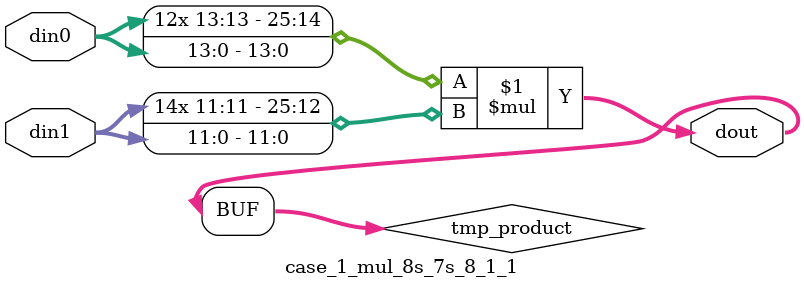
<source format=v>

`timescale 1 ns / 1 ps

 module case_1_mul_8s_7s_8_1_1(din0, din1, dout);
parameter ID = 1;
parameter NUM_STAGE = 0;
parameter din0_WIDTH = 14;
parameter din1_WIDTH = 12;
parameter dout_WIDTH = 26;

input [din0_WIDTH - 1 : 0] din0; 
input [din1_WIDTH - 1 : 0] din1; 
output [dout_WIDTH - 1 : 0] dout;

wire signed [dout_WIDTH - 1 : 0] tmp_product;



























assign tmp_product = $signed(din0) * $signed(din1);








assign dout = tmp_product;





















endmodule

</source>
